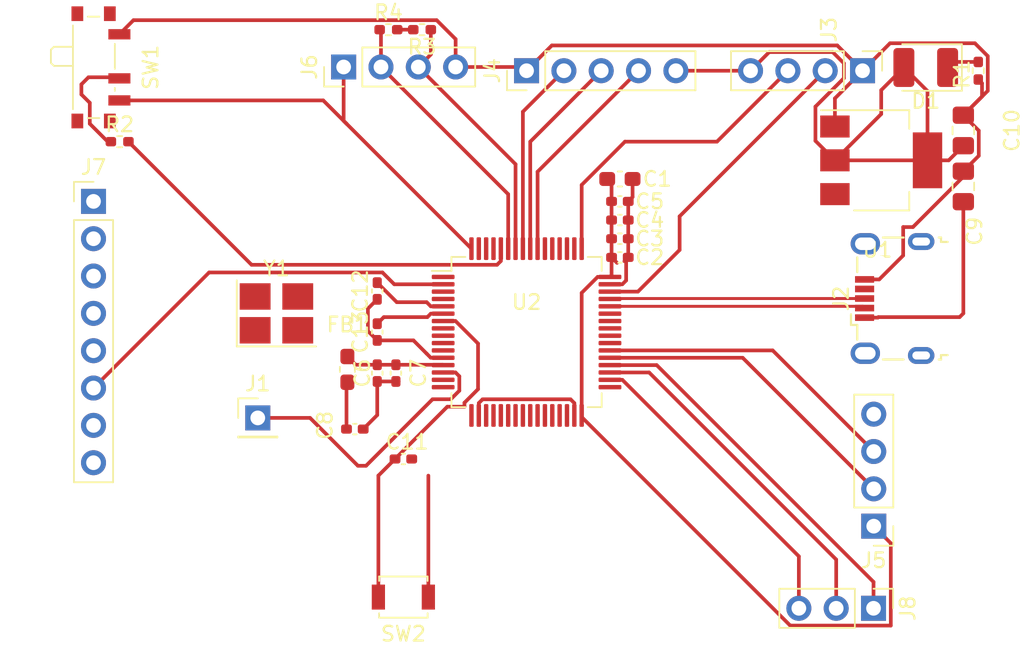
<source format=kicad_pcb>
(kicad_pcb (version 20221018) (generator pcbnew)
  (layers (0 "F.Cu" signal) (31 "B.Cu" power) (34 "B.Paste" user) (35 "F.Paste" user) (36 "B.SilkS" user "B.Silkscreen") (37 "F.SilkS" user "F.Silkscreen") (38 "B.Mask" user) (39 "F.Mask" user) (44 "Edge.Cuts" user))
  (net 0 "")
  (net 1 "+3.3V")
  (net 2 "GND")
  (net 3 "+3.3VA")
  (net 4 "VBUS")
  (net 5 "/NRST")
  (net 6 "/HSE_IN")
  (net 7 "/HSE_OUT")
  (net 8 "/LED_C")
  (net 9 "/ADC")
  (net 10 "/USB_D-")
  (net 11 "/USB_D+")
  (net 14 "/SDEBUG_TCK")
  (net 15 "/SDEBUG_TMS")
  (net 16 "/MOSI")
  (net 17 "/MISO")
  (net 18 "/SCK")
  (net 19 "Net-(J5-Pin_2)")
  (net 20 "Net-(J5-Pin_3)")
  (net 21 "/I2C_SDA")
  (net 22 "/I2C_SCL")
  (net 23 "/GPIO_IN(PC8)")
  (net 24 "/GPIO_IN(PC9)")
  (net 25 "/GPIO_IN(PC10)")
  (net 26 "/GPIO_IN(PC11)")
  (net 27 "/GPIO_OUT(PC12)")
  (net 28 "/GPIO_OUT(PC13)")
  (net 29 "/GPIO_OUT(PC14)")
  (net 30 "/GPIO_OUT(PC15)")
  (net 31 "/GPIO_Analog(PB15)")
  (net 32 "/GPIO_Analog(PB14)")
  (net 33 "/GPIO_Analog(PB13)")
  (net 34 "/SW_BOOT0")
  (net 35 "/BOOT0")
  (net 62 "Net-(Y1-Pad2)")
  (footprint "Inductor_SMD:L_0603_1608Metric_Pad1.05x0.95mm_HandSolder" (layer "F.Cu") (at 76.708 76.2 -90)
    (fp_text reference "FB1" (at -3.048 0) (layer "F.SilkS"))
    (fp_text value "120R")
    (pad "1" smd roundrect (at -0.875 0 270) (size 1.05 0.95) (layers "F.Cu" "F.Paste" "F.Mask") (net 3 "+3.3VA"))
    (pad "2" smd roundrect (at 0.875 0 270) (size 1.05 0.95) (layers "F.Cu" "F.Paste" "F.Mask") (net 1 "+3.3V"))
  )
  (footprint "Button_Switch_SMD:SW_SPST_B3U-1000P-B" (layer "F.Cu") (at 80.518 91.694 180)
    (fp_text reference "SW2" (at 0 -2.5) (layer "F.SilkS"))
    (fp_text value "SW_Push")
    (pad "" np_thru_hole circle (at 0 0 180) (size 0.8 0.8) (drill 0.8) (layers "*.Cu" "*.Mask"))
    (pad "1" smd rect (at -1.7 0 180) (size 0.9 1.7) (layers "F.Cu" "F.Paste" "F.Mask") (net 2 "GND"))
    (pad "2" smd rect (at 1.7 0 180) (size 0.9 1.7) (layers "F.Cu" "F.Paste" "F.Mask") (net 5 "/NRST"))
  )
  (footprint "Package_TO_SOT_SMD:SOT-223-3_TabPin2" (layer "F.Cu") (at 113.03 61.976)
    (fp_text reference "U1" (at -0.254 6.096) (layer "F.SilkS"))
    (fp_text value "AMS1117-3.3")
    (pad "1" smd rect (at -3.15 -2.3) (size 2 1.5) (layers "F.Cu" "F.Paste" "F.Mask") (net 2 "GND"))
    (pad "2" smd rect (at -3.15 0) (size 2 1.5) (layers "F.Cu" "F.Paste" "F.Mask") (net 1 "+3.3V"))
    (pad "2" smd rect (at 3.15 0) (size 2 3.8) (layers "F.Cu" "F.Paste" "F.Mask") (net 1 "+3.3V"))
    (pad "3" smd rect (at -3.15 2.3) (size 2 1.5) (layers "F.Cu" "F.Paste" "F.Mask") (net 4 "VBUS"))
  )
  (footprint "Capacitor_SMD:C_0805_2012Metric_Pad1.18x1.45mm_HandSolder" (layer "F.Cu") (at 118.618 59.944 90)
    (fp_text reference "C10" (at 0 3.302 270) (layer "F.SilkS"))
    (fp_text value "22u")
    (pad "1" smd roundrect (at -1.0375 0 90) (size 1.175 1.45) (layers "F.Cu" "F.Paste" "F.Mask") (roundrect_rratio 0.212766) (net 1 "+3.3V"))
    (pad "2" smd roundrect (at 1.0375 0 90) (size 1.175 1.45) (layers "F.Cu" "F.Paste" "F.Mask") (roundrect_rratio 0.212766) (net 2 "GND"))
  )
  (footprint "Resistor_SMD:R_0402_1005Metric_Pad0.72x0.64mm_HandSolder" (layer "F.Cu") (at 79.502 53.086)
    (fp_text reference "R4" (at 0 -1.17) (layer "F.SilkS"))
    (fp_text value "2k2")
    (pad "1" smd roundrect (at -0.5975 0) (size 0.715 0.64) (layers "F.Cu" "F.Paste" "F.Mask") (net 21 "/I2C_SDA"))
    (pad "2" smd roundrect (at 0.5975 0) (size 0.715 0.64) (layers "F.Cu" "F.Paste" "F.Mask") (net 1 "+3.3V"))
  )
  (footprint "Capacitor_SMD:C_0402_1005Metric_Pad0.74x0.62mm_HandSolder" (layer "F.Cu") (at 77.216 80.264)
    (fp_text reference "C8" (at -2.032 -0.254 90) (layer "F.SilkS"))
    (fp_text value "1u")
    (pad "1" smd roundrect (at -0.5675 0) (size 0.735 0.62) (layers "F.Cu" "F.Paste" "F.Mask") (net 1 "+3.3V"))
    (pad "2" smd roundrect (at 0.5675 0) (size 0.735 0.62) (layers "F.Cu" "F.Paste" "F.Mask") (net 2 "GND"))
  )
  (footprint "Capacitor_SMD:C_0805_2012Metric_Pad1.18x1.45mm_HandSolder" (layer "F.Cu") (at 118.618 63.754 90)
    (fp_text reference "C9" (at -3.048 0.762 90) (layer "F.SilkS"))
    (fp_text value "22u")
    (pad "1" smd roundrect (at -1.0375 0 90) (size 1.175 1.45) (layers "F.Cu" "F.Paste" "F.Mask") (roundrect_rratio 0.212766) (net 4 "VBUS"))
    (pad "2" smd roundrect (at 1.0375 0 90) (size 1.175 1.45) (layers "F.Cu" "F.Paste" "F.Mask") (roundrect_rratio 0.212766) (net 2 "GND"))
  )
  (footprint "Crystal:Crystal_SMD_3225-4Pin_3.2x2.5mm_HandSoldering" (layer "F.Cu") (at 71.882 72.39)
    (fp_text reference "Y1" (at 0 -3.05) (layer "F.SilkS"))
    (fp_text value "16Mhz")
    (pad "1" smd rect (at -1.45 1.15) (size 2.1 1.8) (layers "F.Cu" "F.Paste" "F.Mask") (net 7 "/HSE_OUT"))
    (pad "2" smd rect (at 1.45 1.15) (size 2.1 1.8) (layers "F.Cu" "F.Paste" "F.Mask") (net 62 "Net-(Y1-Pad2)"))
    (pad "3" smd rect (at 1.45 -1.15) (size 2.1 1.8) (layers "F.Cu" "F.Paste" "F.Mask") (net 62 "Net-(Y1-Pad2)"))
    (pad "4" smd rect (at -1.45 -1.15) (size 2.1 1.8) (layers "F.Cu" "F.Paste" "F.Mask") (net 6 "/HSE_IN"))
  )
  (footprint "Capacitor_SMD:C_0402_1005Metric_Pad0.74x0.62mm_HandSolder" (layer "F.Cu") (at 80.518 82.296)
    (fp_text reference "C11" (at 0.254 -1.16) (layer "F.SilkS"))
    (fp_text value "100n")
    (pad "1" smd roundrect (at -0.5675 0) (size 0.735 0.62) (layers "F.Cu" "F.Paste" "F.Mask") (net 5 "/NRST"))
    (pad "2" smd roundrect (at 0.5675 0) (size 0.735 0.62) (layers "F.Cu" "F.Paste" "F.Mask") (net 2 "GND"))
  )
  (footprint "Connector_PinHeader_2.54mm:PinHeader_1x01_P2.54mm_Vertical" (layer "F.Cu") (at 70.612 79.502)
    (fp_text reference "J1" (at 0 -2.33) (layer "F.SilkS"))
    (fp_text value "ADC")
    (pad "1" thru_hole rect (at 0 0) (size 1.7 1.7) (drill 1) (layers "*.Cu" "*.Mask") (net 9 "/ADC"))
  )
  (footprint "Capacitor_SMD:C_0402_1005Metric_Pad0.74x0.62mm_HandSolder" (layer "F.Cu") (at 78.74 73.66 90)
    (fp_text reference "C13" (at 0 -1.16 90) (layer "F.SilkS"))
    (fp_text value "10pf")
    (pad "1" smd roundrect (at -0.5675 0 90) (size 0.735 0.62) (layers "F.Cu" "F.Paste" "F.Mask") (net 2 "GND"))
    (pad "2" smd roundrect (at 0.5675 0 90) (size 0.735 0.62) (layers "F.Cu" "F.Paste" "F.Mask") (net 7 "/HSE_OUT"))
  )
  (footprint "Capacitor_SMD:C_0603_1608Metric_Pad1.08x0.95mm_HandSolder" (layer "F.Cu") (at 95.25 63.246)
    (fp_text reference "C1" (at 2.54 0) (layer "F.SilkS"))
    (fp_text value "10u")
    (pad "1" smd roundrect (at -0.8625 0) (size 1.075 0.95) (layers "F.Cu" "F.Paste" "F.Mask") (net 1 "+3.3V"))
    (pad "2" smd roundrect (at 0.8625 0) (size 1.075 0.95) (layers "F.Cu" "F.Paste" "F.Mask") (net 2 "GND"))
  )
  (footprint "Resistor_SMD:R_0402_1005Metric_Pad0.72x0.64mm_HandSolder" (layer "F.Cu") (at 81.788 53.086 180)
    (fp_text reference "R3" (at 0 -1.17) (layer "F.SilkS"))
    (fp_text value "2k2")
    (pad "1" smd roundrect (at -0.5975 0 180) (size 0.715 0.64) (layers "F.Cu" "F.Paste" "F.Mask") (net 22 "/I2C_SCL"))
    (pad "2" smd roundrect (at 0.5975 0 180) (size 0.715 0.64) (layers "F.Cu" "F.Paste" "F.Mask") (net 1 "+3.3V"))
  )
  (footprint "Package_QFP:LQFP-64_10x10mm_P0.5mm" (layer "F.Cu") (at 88.9 73.66)
    (fp_text reference "U2" (at 0 -2.032) (layer "F.SilkS"))
    (fp_text value "STM32F411RETx")
    (pad "1" smd roundrect (at -5.675 -3.75) (size 1.55 0.3) (layers "F.Cu" "F.Paste" "F.Mask") (net 1 "+3.3V"))
    (pad "2" smd roundrect (at -5.675 -3.25) (size 1.55 0.3) (layers "F.Cu" "F.Paste" "F.Mask") (net 28 "/GPIO_OUT(PC13)"))
    (pad "3" smd roundrect (at -5.675 -2.75) (size 1.55 0.3) (layers "F.Cu" "F.Paste" "F.Mask") (net 29 "/GPIO_OUT(PC14)"))
    (pad "4" smd roundrect (at -5.675 -2.25) (size 1.55 0.3) (layers "F.Cu" "F.Paste" "F.Mask") (net 30 "/GPIO_OUT(PC15)"))
    (pad "5" smd roundrect (at -5.675 -1.75) (size 1.55 0.3) (layers "F.Cu" "F.Paste" "F.Mask") (net 6 "/HSE_IN"))
    (pad "6" smd roundrect (at -5.675 -1.25) (size 1.55 0.3) (layers "F.Cu" "F.Paste" "F.Mask") (net 7 "/HSE_OUT"))
    (pad "7" smd roundrect (at -5.675 -0.75) (size 1.55 0.3) (layers "F.Cu" "F.Paste" "F.Mask") (net 5 "/NRST"))
    (pad "8" smd roundrect (at -5.675 -0.25) (size 1.55 0.3) (layers "F.Cu" "F.Paste" "F.Mask"))
    (pad "9" smd roundrect (at -5.675 0.25) (size 1.55 0.3) (layers "F.Cu" "F.Paste" "F.Mask"))
    (pad "10" smd roundrect (at -5.675 0.75) (size 1.55 0.3) (layers "F.Cu" "F.Paste" "F.Mask"))
    (pad "11" smd roundrect (at -5.675 1.25) (size 1.55 0.3) (layers "F.Cu" "F.Paste" "F.Mask"))
    (pad "12" smd roundrect (at -5.675 1.75) (size 1.55 0.3) (layers "F.Cu" "F.Paste" "F.Mask") (net 2 "GND"))
    (pad "13" smd roundrect (at -5.675 2.25) (size 1.55 0.3) (layers "F.Cu" "F.Paste" "F.Mask") (net 3 "+3.3VA"))
    (pad "14" smd roundrect (at -5.675 2.75) (size 1.55 0.3) (layers "F.Cu" "F.Paste" "F.Mask") (net 9 "/ADC"))
    (pad "15" smd roundrect (at -5.675 3.25) (size 1.55 0.3) (layers "F.Cu" "F.Paste" "F.Mask"))
    (pad "16" smd roundrect (at -5.675 3.75) (size 1.55 0.3) (layers "F.Cu" "F.Paste" "F.Mask"))
    (pad "17" smd roundrect (at -3.75 5.675) (size 0.3 1.55) (layers "F.Cu" "F.Paste" "F.Mask"))
    (pad "18" smd roundrect (at -3.25 5.675) (size 0.3 1.55) (layers "F.Cu" "F.Paste" "F.Mask") (net 2 "GND"))
    (pad "19" smd roundrect (at -2.75 5.675) (size 0.3 1.55) (layers "F.Cu" "F.Paste" "F.Mask") (net 1 "+3.3V"))
    (pad "20" smd roundrect (at -2.25 5.675) (size 0.3 1.55) (layers "F.Cu" "F.Paste" "F.Mask"))
    (pad "21" smd roundrect (at -1.75 5.675) (size 0.3 1.55) (layers "F.Cu" "F.Paste" "F.Mask"))
    (pad "22" smd roundrect (at -1.25 5.675) (size 0.3 1.55) (layers "F.Cu" "F.Paste" "F.Mask"))
    (pad "23" smd roundrect (at -0.75 5.675) (size 0.3 1.55) (layers "F.Cu" "F.Paste" "F.Mask"))
    (pad "24" smd roundrect (at -0.25 5.675) (size 0.3 1.55) (layers "F.Cu" "F.Paste" "F.Mask"))
    (pad "25" smd roundrect (at 0.25 5.675) (size 0.3 1.55) (layers "F.Cu" "F.Paste" "F.Mask"))
    (pad "26" smd roundrect (at 0.75 5.675) (size 0.3 1.55) (layers "F.Cu" "F.Paste" "F.Mask"))
    (pad "27" smd roundrect (at 1.25 5.675) (size 0.3 1.55) (layers "F.Cu" "F.Paste" "F.Mask"))
    (pad "28" smd roundrect (at 1.75 5.675) (size 0.3 1.55) (layers "F.Cu" "F.Paste" "F.Mask"))
    (pad "29" smd roundrect (at 2.25 5.675) (size 0.3 1.55) (layers "F.Cu" "F.Paste" "F.Mask"))
    (pad "30" smd roundrect (at 2.75 5.675) (size 0.3 1.55) (layers "F.Cu" "F.Paste" "F.Mask"))
    (pad "31" smd roundrect (at 3.25 5.675) (size 0.3 1.55) (layers "F.Cu" "F.Paste" "F.Mask") (net 2 "GND"))
    (pad "32" smd roundrect (at 3.75 5.675) (size 0.3 1.55) (layers "F.Cu" "F.Paste" "F.Mask") (net 1 "+3.3V"))
    (pad "33" smd roundrect (at 5.675 3.75) (size 1.55 0.3) (layers "F.Cu" "F.Paste" "F.Mask"))
    (pad "34" smd roundrect (at 5.675 3.25) (size 1.55 0.3) (layers "F.Cu" "F.Paste" "F.Mask") (net 33 "/GPIO_Analog(PB13)"))
    (pad "35" smd roundrect (at 5.675 2.75) (size 1.55 0.3) (layers "F.Cu" "F.Paste" "F.Mask") (net 32 "/GPIO_Analog(PB14)"))
    (pad "36" smd roundrect (at 5.675 2.25) (size 1.55 0.3) (layers "F.Cu" "F.Paste" "F.Mask") (net 31 "/GPIO_Analog(PB15)"))
    (pad "37" smd roundrect (at 5.675 1.75) (size 1.55 0.3) (layers "F.Cu" "F.Paste" "F.Mask") (net 19 "Net-(J5-Pin_2)"))
    (pad "38" smd roundrect (at 5.675 1.25) (size 1.55 0.3) (layers "F.Cu" "F.Paste" "F.Mask") (net 20 "Net-(J5-Pin_3)"))
    (pad "39" smd roundrect (at 5.675 0.75) (size 1.55 0.3) (layers "F.Cu" "F.Paste" "F.Mask") (net 23 "/GPIO_IN(PC8)"))
    (pad "40" smd roundrect (at 5.675 0.25) (size 1.55 0.3) (layers "F.Cu" "F.Paste" "F.Mask") (net 24 "/GPIO_IN(PC9)"))
    (pad "41" smd roundrect (at 5.675 -0.25) (size 1.55 0.3) (layers "F.Cu" "F.Paste" "F.Mask"))
    (pad "42" smd roundrect (at 5.675 -0.75) (size 1.55 0.3) (layers "F.Cu" "F.Paste" "F.Mask"))
    (pad "43" smd roundrect (at 5.675 -1.25) (size 1.55 0.3) (layers "F.Cu" "F.Paste" "F.Mask"))
    (pad "44" smd roundrect (at 5.675 -1.75) (size 1.55 0.3) (layers "F.Cu" "F.Paste" "F.Mask") (net 10 "/USB_D-"))
    (pad "45" smd roundrect (at 5.675 -2.25) (size 1.55 0.3) (layers "F.Cu" "F.Paste" "F.Mask") (net 11 "/USB_D+"))
    (pad "46" smd roundrect (at 5.675 -2.75) (size 1.55 0.3) (layers "F.Cu" "F.Paste" "F.Mask") (net 15 "/SDEBUG_TMS"))
    (pad "47" smd roundrect (at 5.675 -3.25) (size 1.55 0.3) (layers "F.Cu" "F.Paste" "F.Mask") (net 2 "GND"))
    (pad "48" smd roundrect (at 5.675 -3.75) (size 1.55 0.3) (layers "F.Cu" "F.Paste" "F.Mask") (net 1 "+3.3V"))
    (pad "49" smd roundrect (at 3.75 -5.675) (size 0.3 1.55) (layers "F.Cu" "F.Paste" "F.Mask") (net 14 "/SDEBUG_TCK"))
    (pad "50" smd roundrect (at 3.25 -5.675) (size 0.3 1.55) (layers "F.Cu" "F.Paste" "F.Mask"))
    (pad "51" smd roundrect (at 2.75 -5.675) (size 0.3 1.55) (layers "F.Cu" "F.Paste" "F.Mask") (net 25 "/GPIO_IN(PC10)"))
    (pad "52" smd roundrect (at 2.25 -5.675) (size 0.3 1.55) (layers "F.Cu" "F.Paste" "F.Mask") (net 26 "/GPIO_IN(PC11)"))
    (pad "53" smd roundrect (at 1.75 -5.675) (size 0.3 1.55) (layers "F.Cu" "F.Paste" "F.Mask") (net 27 "/GPIO_OUT(PC12)"))
    (pad "54" smd roundrect (at 1.25 -5.675) (size 0.3 1.55) (layers "F.Cu" "F.Paste" "F.Mask"))
    (pad "55" smd roundrect (at 0.75 -5.675) (size 0.3 1.55) (layers "F.Cu" "F.Paste" "F.Mask") (net 18 "/SCK"))
    (pad "56" smd roundrect (at 0.25 -5.675) (size 0.3 1.55) (layers "F.Cu" "F.Paste" "F.Mask") (net 17 "/MISO"))
    (pad "57" smd roundrect (at -0.25 -5.675) (size 0.3 1.55) (layers "F.Cu" "F.Paste" "F.Mask") (net 16 "/MOSI"))
    (pad "58" smd roundrect (at -0.75 -5.675) (size 0.3 1.55) (layers "F.Cu" "F.Paste" "F.Mask") (net 22 "/I2C_SCL"))
    (pad "59" smd roundrect (at -1.25 -5.675) (size 0.3 1.55) (layers "F.Cu" "F.Paste" "F.Mask") (net 21 "/I2C_SDA"))
    (pad "60" smd roundrect (at -1.75 -5.675) (size 0.3 1.55) (layers "F.Cu" "F.Paste" "F.Mask") (net 35 "/BOOT0"))
    (pad "61" smd roundrect (at -2.25 -5.675) (size 0.3 1.55) (layers "F.Cu" "F.Paste" "F.Mask"))
    (pad "62" smd roundrect (at -2.75 -5.675) (size 0.3 1.55) (layers "F.Cu" "F.Paste" "F.Mask"))
    (pad "63" smd roundrect (at -3.25 -5.675) (size 0.3 1.55) (layers "F.Cu" "F.Paste" "F.Mask") (net 2 "GND"))
    (pad "64" smd roundrect (at -3.75 -5.675) (size 0.3 1.55) (layers "F.Cu" "F.Paste" "F.Mask") (net 1 "+3.3V"))
  )
  (footprint "Connector_PinHeader_2.54mm:PinHeader_1x04_P2.54mm_Vertical" (layer "F.Cu") (at 76.454 55.626 90)
    (fp_text reference "J6" (at 0 -2.33 90) (layer "F.SilkS"))
    (fp_text value "I2C")
    (pad "1" thru_hole rect (at 0 0 90) (size 1.7 1.7) (drill 1) (layers "*.Cu" "*.Mask") (net 1 "+3.3V"))
    (pad "2" thru_hole oval (at 0 2.54 90) (size 1.7 1.7) (drill 1) (layers "*.Cu" "*.Mask") (net 21 "/I2C_SDA"))
    (pad "3" thru_hole oval (at 0 5.08 90) (size 1.7 1.7) (drill 1) (layers "*.Cu" "*.Mask") (net 22 "/I2C_SCL"))
    (pad "4" thru_hole oval (at 0 7.62 90) (size 1.7 1.7) (drill 1) (layers "*.Cu" "*.Mask") (net 2 "GND"))
  )
  (footprint "Capacitor_SMD:C_0402_1005Metric_Pad0.74x0.62mm_HandSolder" (layer "F.Cu") (at 80.01 76.454 -90)
    (fp_text reference "C7" (at 0 -1.524 90) (layer "F.SilkS"))
    (fp_text value "1u")
    (pad "1" smd roundrect (at -0.5675 0 270) (size 0.735 0.62) (layers "F.Cu" "F.Paste" "F.Mask") (net 3 "+3.3VA"))
    (pad "2" smd roundrect (at 0.5675 0 270) (size 0.735 0.62) (layers "F.Cu" "F.Paste" "F.Mask") (net 2 "GND"))
  )
  (footprint "Capacitor_SMD:C_0402_1005Metric_Pad0.74x0.62mm_HandSolder" (layer "F.Cu") (at 95.25 68.58)
    (fp_text reference "C2" (at 2.032 0) (layer "F.SilkS"))
    (fp_text value "100n")
    (pad "1" smd roundrect (at -0.5675 0) (size 0.735 0.62) (layers "F.Cu" "F.Paste" "F.Mask") (net 1 "+3.3V"))
    (pad "2" smd roundrect (at 0.5675 0) (size 0.735 0.62) (layers "F.Cu" "F.Paste" "F.Mask") (net 2 "GND"))
  )
  (footprint "Capacitor_SMD:C_0402_1005Metric_Pad0.74x0.62mm_HandSolder" (layer "F.Cu") (at 95.25 67.31)
    (fp_text reference "C3" (at 2.032 0) (layer "F.SilkS"))
    (fp_text value "100n")
    (pad "1" smd roundrect (at -0.5675 0) (size 0.735 0.62) (layers "F.Cu" "F.Paste" "F.Mask") (net 1 "+3.3V"))
    (pad "2" smd roundrect (at 0.5675 0) (size 0.735 0.62) (layers "F.Cu" "F.Paste" "F.Mask") (net 2 "GND"))
  )
  (footprint "Connector_PinHeader_2.54mm:PinHeader_1x04_P2.54mm_Vertical" (layer "F.Cu") (at 112.522 86.868 180)
    (fp_text reference "J5" (at 0 -2.33) (layer "F.SilkS"))
    (fp_text value "UART")
    (pad "1" thru_hole rect (at 0 0 180) (size 1.7 1.7) (drill 1) (layers "*.Cu" "*.Mask") (net 1 "+3.3V"))
    (pad "2" thru_hole oval (at 0 2.54 180) (size 1.7 1.7) (drill 1) (layers "*.Cu" "*.Mask") (net 19 "Net-(J5-Pin_2)"))
    (pad "3" thru_hole oval (at 0 5.08 180) (size 1.7 1.7) (drill 1) (layers "*.Cu" "*.Mask") (net 20 "Net-(J5-Pin_3)"))
    (pad "4" thru_hole oval (at 0 7.62 180) (size 1.7 1.7) (drill 1) (layers "*.Cu" "*.Mask") (net 2 "GND"))
  )
  (footprint "Capacitor_SMD:C_0402_1005Metric_Pad0.74x0.62mm_HandSolder" (layer "F.Cu") (at 95.25 64.77)
    (fp_text reference "C5" (at 2.032 0) (layer "F.SilkS"))
    (fp_text value "100n")
    (pad "1" smd roundrect (at -0.5675 0) (size 0.735 0.62) (layers "F.Cu" "F.Paste" "F.Mask") (net 1 "+3.3V"))
    (pad "2" smd roundrect (at 0.5675 0) (size 0.735 0.62) (layers "F.Cu" "F.Paste" "F.Mask") (net 2 "GND"))
  )
  (footprint "LED_SMD:LED_1210_3225Metric_Pad1.42x2.65mm_HandSolder" (layer "F.Cu") (at 116.06 55.66 180)
    (fp_text reference "D1" (at 0 -2.28) (layer "F.SilkS"))
    (fp_text value "LED")
    (pad "1" smd roundrect (at -1.4875 0 180) (size 1.425 2.65) (layers "F.Cu" "F.Paste" "F.Mask") (roundrect_rratio 0.175439) (net 8 "/LED_C"))
    (pad "2" smd roundrect (at 1.4875 0 180) (size 1.425 2.65) (layers "F.Cu" "F.Paste" "F.Mask") (roundrect_rratio 0.175439) (net 1 "+3.3V"))
  )
  (footprint "Button_Switch_SMD:SW_SPDT_PCM12" (layer "F.Cu") (at 59.766 55.65 -90)
    (fp_text reference "SW1" (at 0 -3.558 90) (layer "F.SilkS"))
    (fp_text value "BOOT_SW")
    (pad "" smd rect (at -3.65 -0.78 270) (size 1 0.8) (layers "F.Cu" "F.Paste" "F.Mask"))
    (pad "" smd rect (at -3.65 1.43 270) (size 1 0.8) (layers "F.Cu" "F.Paste" "F.Mask"))
    (pad "" np_thru_hole circle (at -1.5 0.33 270) (size 0.9 0.9) (drill 0.9) (layers "*.Cu" "*.Mask"))
    (pad "" np_thru_hole circle (at 1.5 0.33 270) (size 0.9 0.9) (drill 0.9) (layers "*.Cu" "*.Mask"))
    (pad "" smd rect (at 3.65 -0.78 270) (size 1 0.8) (layers "F.Cu" "F.Paste" "F.Mask"))
    (pad "" smd rect (at 3.65 1.43 270) (size 1 0.8) (layers "F.Cu" "F.Paste" "F.Mask"))
    (pad "1" smd rect (at -2.25 -1.43 270) (size 0.7 1.5) (layers "F.Cu" "F.Paste" "F.Mask") (net 2 "GND"))
    (pad "2" smd rect (at 0.75 -1.43 270) (size 0.7 1.5) (layers "F.Cu" "F.Paste" "F.Mask") (net 34 "/SW_BOOT0"))
    (pad "3" smd rect (at 2.25 -1.43 270) (size 0.7 1.5) (layers "F.Cu" "F.Paste" "F.Mask") (net 1 "+3.3V"))
  )
  (footprint "Connector_PinHeader_2.54mm:PinHeader_1x04_P2.54mm_Vertical" (layer "F.Cu") (at 111.76 55.88 -90)
    (fp_text reference "J3" (at -2.794 2.286 90) (layer "F.SilkS"))
    (fp_text value "SD")
    (pad "1" thru_hole rect (at 0 0 270) (size 1.7 1.7) (drill 1) (layers "*.Cu" "*.Mask") (net 2 "GND"))
    (pad "2" thru_hole oval (at 0 2.54 270) (size 1.7 1.7) (drill 1) (layers "*.Cu" "*.Mask") (net 15 "/SDEBUG_TMS"))
    (pad "3" thru_hole oval (at 0 5.08 270) (size 1.7 1.7) (drill 1) (layers "*.Cu" "*.Mask") (net 14 "/SDEBUG_TCK"))
    (pad "4" thru_hole oval (at 0 7.62 270) (size 1.7 1.7) (drill 1) (layers "*.Cu" "*.Mask") (net 1 "+3.3V"))
  )
  (footprint "Resistor_SMD:R_0402_1005Metric_Pad0.72x0.64mm_HandSolder" (layer "F.Cu") (at 61.214 60.706)
    (fp_text reference "R2" (at 0 -1.17) (layer "F.SilkS"))
    (fp_text value "10K")
    (pad "1" smd roundrect (at -0.5975 0) (size 0.715 0.64) (layers "F.Cu" "F.Paste" "F.Mask") (net 34 "/SW_BOOT0"))
    (pad "2" smd roundrect (at 0.5975 0) (size 0.715 0.64) (layers "F.Cu" "F.Paste" "F.Mask") (net 35 "/BOOT0"))
  )
  (footprint "Capacitor_SMD:C_0402_1005Metric_Pad0.74x0.62mm_HandSolder" (layer "F.Cu") (at 78.74 76.454 -90)
    (fp_text reference "C6" (at 0 1.016 90) (layer "F.SilkS"))
    (fp_text value "10n")
    (pad "1" smd roundrect (at -0.5675 0 270) (size 0.735 0.62) (layers "F.Cu" "F.Paste" "F.Mask") (net 3 "+3.3VA"))
    (pad "2" smd roundrect (at 0.5675 0 270) (size 0.735 0.62) (layers "F.Cu" "F.Paste" "F.Mask") (net 2 "GND"))
  )
  (footprint "Connector_PinHeader_2.54mm:PinHeader_1x05_P2.54mm_Vertical" (layer "F.Cu") (at 88.9 55.88 90)
    (fp_text reference "J4" (at 0 -2.33 90) (layer "F.SilkS"))
    (fp_text value "SPI")
    (pad "1" thru_hole rect (at 0 0 90) (size 1.7 1.7) (drill 1) (layers "*.Cu" "*.Mask") (net 2 "GND"))
    (pad "2" thru_hole oval (at 0 2.54 90) (size 1.7 1.7) (drill 1) (layers "*.Cu" "*.Mask") (net 16 "/MOSI"))
    (pad "3" thru_hole oval (at 0 5.08 90) (size 1.7 1.7) (drill 1) (layers "*.Cu" "*.Mask") (net 17 "/MISO"))
    (pad "4" thru_hole oval (at 0 7.62 90) (size 1.7 1.7) (drill 1) (layers "*.Cu" "*.Mask") (net 18 "/SCK"))
    (pad "5" thru_hole oval (at 0 10.16 90) (size 1.7 1.7) (drill 1) (layers "*.Cu" "*.Mask") (net 1 "+3.3V"))
  )
  (footprint "Connector_USB:USB_Micro-B_Wuerth_629105150521" (layer "F.Cu") (at 113.799 71.379 90)
    (fp_text reference "J2" (at 0 -3.5 90) (layer "F.SilkS"))
    (fp_text value "USB_OTG")
    (pad "" np_thru_hole oval (at -2.5 -0.8 90) (size 0.8 0.8) (drill 0.8) (layers "*.Cu" "*.Mask"))
    (pad "" np_thru_hole oval (at 2.5 -0.8 90) (size 0.8 0.8) (drill 0.8) (layers "*.Cu" "*.Mask"))
    (pad "1" smd rect (at -1.3 -1.9 90) (size 0.45 1.3) (layers "F.Cu" "F.Paste" "F.Mask") (net 4 "VBUS"))
    (pad "2" smd rect (at -0.65 -1.9 90) (size 0.45 1.3) (layers "F.Cu" "F.Paste" "F.Mask") (net 10 "/USB_D-"))
    (pad "3" smd rect (at 0 -1.9 90) (size 0.45 1.3) (layers "F.Cu" "F.Paste" "F.Mask") (net 11 "/USB_D+"))
    (pad "4" smd rect (at 0.65 -1.9 90) (size 0.45 1.3) (layers "F.Cu" "F.Paste" "F.Mask"))
    (pad "5" smd rect (at 1.3 -1.9 90) (size 0.45 1.3) (layers "F.Cu" "F.Paste" "F.Mask") (net 2 "GND"))
    (pad "6" thru_hole oval (at -3.875 1.95 90) (size 1.15 1.8) (drill oval 0.55 1.2) (layers "*.Cu" "*.Mask"))
    (pad "6" thru_hole oval (at -3.725 -1.85 90) (size 1.45 2) (drill oval 0.85 1.4) (layers "*.Cu" "*.Mask"))
    (pad "6" thru_hole oval (at 3.725 -1.85 90) (size 1.45 2) (drill oval 0.85 1.4) (layers "*.Cu" "*.Mask"))
    (pad "6" thru_hole oval (at 3.875 1.95 90) (size 1.15 1.8) (drill oval 0.55 1.2) (layers "*.Cu" "*.Mask"))
  )
  (footprint "Connector_PinHeader_2.54mm:PinHeader_1x08_P2.54mm_Vertical" (layer "F.Cu") (at 59.436 64.77)
    (fp_text reference "J7" (at 0 -2.33) (layer "F.SilkS"))
    (fp_text value "GPIO_Digital_I/O")
    (pad "1" thru_hole rect (at 0 0) (size 1.7 1.7) (drill 1) (layers "*.Cu" "*.Mask") (net 23 "/GPIO_IN(PC8)"))
    (pad "2" thru_hole oval (at 0 2.54) (size 1.7 1.7) (drill 1) (layers "*.Cu" "*.Mask") (net 24 "/GPIO_IN(PC9)"))
    (pad "3" thru_hole oval (at 0 5.08) (size 1.7 1.7) (drill 1) (layers "*.Cu" "*.Mask") (net 25 "/GPIO_IN(PC10)"))
    (pad "4" thru_hole oval (at 0 7.62) (size 1.7 1.7) (drill 1) (layers "*.Cu" "*.Mask") (net 26 "/GPIO_IN(PC11)"))
    (pad "5" thru_hole oval (at 0 10.16) (size 1.7 1.7) (drill 1) (layers "*.Cu" "*.Mask") (net 27 "/GPIO_OUT(PC12)"))
    (pad "6" thru_hole oval (at 0 12.7) (size 1.7 1.7) (drill 1) (layers "*.Cu" "*.Mask") (net 28 "/GPIO_OUT(PC13)"))
    (pad "7" thru_hole oval (at 0 15.24) (size 1.7 1.7) (drill 1) (layers "*.Cu" "*.Mask") (net 29 "/GPIO_OUT(PC14)"))
    (pad "8" thru_hole oval (at 0 17.78) (size 1.7 1.7) (drill 1) (layers "*.Cu" "*.Mask") (net 30 "/GPIO_OUT(PC15)"))
  )
  (footprint "Capacitor_SMD:C_0402_1005Metric_Pad0.74x0.62mm_HandSolder" (layer "F.Cu") (at 95.25 66.04)
    (fp_text reference "C4" (at 2.032 0) (layer "F.SilkS"))
    (fp_text value "100n")
    (pad "1" smd roundrect (at -0.5675 0) (size 0.735 0.62) (layers "F.Cu" "F.Paste" "F.Mask") (net 1 "+3.3V"))
    (pad "2" smd roundrect (at 0.5675 0) (size 0.735 0.62) (layers "F.Cu" "F.Paste" "F.Mask") (net 2 "GND"))
  )
  (footprint "Capacitor_SMD:C_0402_1005Metric_Pad0.74x0.62mm_HandSolder" (layer "F.Cu") (at 78.74 70.866 90)
    (fp_text reference "C12" (at 0 -1.16 90) (layer "F.SilkS"))
    (fp_text value "10pf")
    (pad "1" smd roundrect (at -0.5675 0 90) (size 0.735 0.62) (layers "F.Cu" "F.Paste" "F.Mask") (net 2 "GND"))
    (pad "2" smd roundrect (at 0.5675 0 90) (size 0.735 0.62) (layers "F.Cu" "F.Paste" "F.Mask") (net 6 "/HSE_IN"))
  )
  (footprint "Resistor_SMD:R_0402_1005Metric_Pad0.72x0.64mm_HandSolder" (layer "F.Cu") (at 119.634 55.88 -90)
    (fp_text reference "R1" (at 0.254 1.116 90) (layer "F.SilkS"))
    (fp_text value "2k2")
    (pad "1" smd roundrect (at -0.5975 0 270) (size 0.715 0.64) (layers "F.Cu" "F.Paste" "F.Mask") (net 8 "/LED_C"))
    (pad "2" smd roundrect (at 0.5975 0 270) (size 0.715 0.64) (layers "F.Cu" "F.Paste" "F.Mask") (net 2 "GND"))
  )
  (footprint "Connector_PinHeader_2.54mm:PinHeader_1x03_P2.54mm_Vertical" (layer "F.Cu") (at 112.507 92.456 -90)
    (fp_text reference "J8" (at 0 -2.33 90) (layer "F.SilkS"))
    (fp_text value "GPIO_Analog_pins")
    (pad "1" thru_hole rect (at 0 0 270) (size 1.7 1.7) (drill 1) (layers "*.Cu" "*.Mask") (net 31 "/GPIO_Analog(PB15)"))
    (pad "2" thru_hole oval (at 0 2.54 270) (size 1.7 1.7) (drill 1) (layers "*.Cu" "*.Mask") (net 32 "/GPIO_Analog(PB14)"))
    (pad "3" thru_hole oval (at 0 5.08 270) (size 1.7 1.7) (drill 1) (layers "*.Cu" "*.Mask") (net 33 "/GPIO_Analog(PB13)"))
  )
  (segment (start 94.6825 67.31) (end 94.6825 66.04) (width 0.25) (layer "F.Cu") (net 1))
  (segment (start 110.49 55.372) (end 109.728 54.61) (width 0.25) (layer "F.Cu") (net 1))
  (segment (start 112.522 86.868) (end 113.682 88.028) (width 0.25) (layer "F.Cu") (net 1))
  (segment (start 114.5725 55.66) (end 116.18 57.2675) (width 0.25) (layer "F.Cu") (net 1))
  (segment (start 94.6825 68.58) (end 94.6825 67.31) (width 0.25) (layer "F.Cu") (net 1))
  (segment (start 94.6825 66.04) (end 94.6825 64.77) (width 0.25) (layer "F.Cu") (net 1))
  (segment (start 113.03 58.826) (end 113.03 57.2025) (width 0.25) (layer "F.Cu") (net 1))
  (segment (start 76.6545 59.4895) (end 85.15 67.985) (width 0.25) (layer "F.Cu") (net 1))
  (segment (start 92.65 79.335) (end 92.65 70.994315) (width 0.25) (layer "F.Cu") (net 1))
  (segment (start 94.6825 69.8025) (end 94.575 69.91) (width 0.25) (layer "F.Cu") (net 1))
  (segment (start 76.6485 77.1345) (end 76.708 77.075) (width 0.25) (layer "F.Cu") (net 1))
  (segment (start 108.555 60.651) (end 108.555 58.323) (width 0.25) (layer "F.Cu") (net 1))
  (segment (start 95.056 68.9535) (end 94.6825 68.58) (width 0.25) (layer "F.Cu") (net 1))
  (segment (start 109.728 54.61) (end 105.41 54.61) (width 0.25) (layer "F.Cu") (net 1))
  (segment (start 117.6235 61.976) (end 116.18 61.976) (width 0.25) (layer "F.Cu") (net 1))
  (segment (start 94.6825 64.77) (end 94.6825 63.541) (width 0.25) (layer "F.Cu") (net 1))
  (segment (start 93.734315 69.91) (end 94.575 69.91) (width 0.25) (layer "F.Cu") (net 1))
  (segment (start 92.65 79.442) (end 92.65 79.335) (width 0.25) (layer "F.Cu") (net 1))
  (segment (start 113.03 57.2025) (end 114.5725 55.66) (width 0.25) (layer "F.Cu") (net 1))
  (segment (start 92.65 70.994315) (end 93.734315 69.91) (width 0.25) (layer "F.Cu") (net 1))
  (segment (start 75.065 57.9) (end 76.6545 59.4895) (width 0.25) (layer "F.Cu") (net 1))
  (segment (start 109.88 61.976) (end 116.18 61.976) (width 0.25) (layer "F.Cu") (net 1))
  (segment (start 61.196 57.9) (end 75.065 57.9) (width 0.25) (layer "F.Cu") (net 1))
  (segment (start 113.682 93.631) (end 106.839 93.631) (width 0.25) (layer "F.Cu") (net 1))
  (segment (start 108.555 58.323) (end 110.49 56.388) (width 0.25) (layer "F.Cu") (net 1))
  (segment (start 104.14 55.88) (end 99.06 55.88) (width 0.25) (layer "F.Cu") (net 1))
  (segment (start 113.682 88.028) (end 113.682 93.631) (width 0.25) (layer "F.Cu") (net 1))
  (segment (start 109.88 61.976) (end 113.03 58.826) (width 0.25) (layer "F.Cu") (net 1))
  (segment (start 118.618 60.9815) (end 117.6235 61.976) (width 0.25) (layer "F.Cu") (net 1))
  (segment (start 76.454 59.289) (end 76.6545 59.4895) (width 0.25) (layer "F.Cu") (net 1))
  (segment (start 109.88 61.976) (end 108.555 60.651) (width 0.25) (layer "F.Cu") (net 1))
  (segment (start 104.14 56.236) (end 104.14 55.88) (width 0.25) (layer "F.Cu") (net 1))
  (segment (start 106.839 93.631) (end 92.65 79.442) (width 0.25) (layer "F.Cu") (net 1))
  (segment (start 94.6825 63.541) (end 94.3875 63.246) (width 0.25) (layer "F.Cu") (net 1))
  (segment (start 116.18 57.2675) (end 116.18 61.976) (width 0.25) (layer "F.Cu") (net 1))
  (segment (start 94.6825 68.58) (end 94.6825 69.8025) (width 0.25) (layer "F.Cu") (net 1))
  (segment (start 110.49 56.388) (end 110.49 55.372) (width 0.25) (layer "F.Cu") (net 1))
  (segment (start 94.234 63.246) (end 94.1335 63.246) (width 0.25) (layer "F.Cu") (net 1))
  (segment (start 105.41 54.61) (end 104.14 55.88) (width 0.25) (layer "F.Cu") (net 1))
  (segment (start 76.6485 80.264) (end 76.6485 77.1345) (width 0.25) (layer "F.Cu") (net 1))
  (segment (start 81.1905 53.086) (end 80.0995 53.086) (width 0.25) (layer "F.Cu") (net 1))
  (segment (start 76.454 55.626) (end 76.454 59.289) (width 0.25) (layer "F.Cu") (net 1))
  (segment (start 96.1125 64.475) (end 95.8175 64.77) (width 0.25) (layer "F.Cu") (net 2))
  (segment (start 78.105 73.5925) (end 78.74 74.2275) (width 0.25) (layer "F.Cu") (net 2))
  (segment (start 95.8175 67.31) (end 95.8175 66.04) (width 0.25) (layer "F.Cu") (net 2))
  (segment (start 118.618 62.7165) (end 119.668 61.6665) (width 0.25) (layer "F.Cu") (net 2))
  (segment (start 95.556 68.8415) (end 95.8175 68.58) (width 0.25) (layer "F.Cu") (net 2))
  (segment (start 95.8175 68.58) (end 95.8175 67.31) (width 0.25) (layer "F.Cu") (net 2))
  (segment (start 85.909315 78.235) (end 91.890685 78.235) (width 0.25) (layer "F.Cu") (net 2))
  (segment (start 120.279 57.2455) (end 118.618 58.9065) (width 0.25) (layer "F.Cu") (net 2))
  (segment (start 114.524 66.517) (end 115.189 66.517) (width 0.25) (layer "F.Cu") (net 2))
  (segment (start 84.074 55.626) (end 88.646 55.626) (width 0.25) (layer "F.Cu") (net 2))
  (segment (start 111.76 55.88) (end 113.63 54.01) (width 0.25) (layer "F.Cu") (net 2))
  (segment (start 82.384315 75.41) (end 83.225 75.41) (width 0.25) (layer "F.Cu") (net 2))
  (segment (start 88.646 55.626) (end 88.9 55.88) (width 0.25) (layer "F.Cu") (net 2))
  (segment (start 118.618 63.088) (end 118.618 62.7165) (width 0.25) (layer "F.Cu") (net 2))
  (segment (start 78.105 72.0685) (end 78.105 73.5925) (width 0.25) (layer "F.Cu") (net 2))
  (segment (start 61.196 53.4) (end 62.155 52.441) (width 0.25) (layer "F.Cu") (net 2))
  (segment (start 110.04 54.16) (end 111.76 55.88) (width 0.25) (layer "F.Cu") (net 2))
  (segment (start 88.9 55.88) (end 90.62 54.16) (width 0.25) (layer "F.Cu") (net 2))
  (segment (start 82.218 91.694) (end 82.218 83.4285) (width 0.25) (layer "F.Cu") (net 2))
  (segment (start 95.8175 68.58) (end 95.675 68.7225) (width 0.25) (layer "F.Cu") (net 2))
  (segment (start 119.888 56.7315) (end 119.888 57.6365) (width 0.25) (layer "F.Cu") (net 2))
  (segment (start 119.888 57.6365) (end 118.618 58.9065) (width 0.25) (layer "F.Cu") (net 2))
  (segment (start 95.8175 66.04) (end 95.8175 64.77) (width 0.25) (layer "F.Cu") (net 2))
  (segment (start 119.668 61.6665) (end 119.668 59.9565) (width 0.25) (layer "F.Cu") (net 2))
  (segment (start 92.15 78.494315) (end 91.890685 78.235) (width 0.25) (layer "F.Cu") (net 2))
  (segment (start 111.899 70.079) (end 112.895016 70.079) (width 0.25) (layer "F.Cu") (net 2))
  (segment (start 78.74 79.3075) (end 78.74 77.0215) (width 0.25) (layer "F.Cu") (net 2))
  (segment (start 115.189 66.517) (end 118.618 63.088) (width 0.25) (layer "F.Cu") (net 2))
  (segment (start 78.74 71.4335) (end 78.105 72.0685) (width 0.25) (layer "F.Cu") (net 2))
  (segment (start 95.675 68.7225) (end 95.675 70.150685) (width 0.25) (layer "F.Cu") (net 2))
  (segment (start 77.7835 80.264) (end 78.74 79.3075) (width 0.25) (layer "F.Cu") (net 2))
  (segment (start 119.668 59.9565) (end 118.618 58.9065) (width 0.25) (layer "F.Cu") (net 2))
  (segment (start 96.1125 63.246) (end 96.1125 64.475) (width 0.25) (layer "F.Cu") (net 2))
  (segment (start 82.783894 52.441) (end 84.074 53.731106) (width 0.25) (layer "F.Cu") (net 2))
  (segment (start 112.895016 70.079) (end 114.524 68.450016) (width 0.25) (layer "F.Cu") (net 2))
  (segment (start 109.88 59.676) (end 109.88 57.76) (width 0.25) (layer "F.Cu") (net 2))
  (segment (start 92.15 79.335) (end 92.15 78.494315) (width 0.25) (layer "F.Cu") (net 2))
  (segment (start 81.201815 74.2275) (end 82.100158 75.125842) (width 0.25) (layer "F.Cu") (net 2))
  (segment (start 109.88 57.76) (end 111.76 55.88) (width 0.25) (layer "F.Cu") (net 2))
  (segment (start 78.74 77.0215) (end 80.01 77.0215) (width 0.25) (layer "F.Cu") (net 2))
  (segment (start 85.909315 78.235) (end 85.65 78.494315) (width 0.25) (layer "F.Cu") (net 2))
  (segment (start 82.218 91.694) (end 82.275 91.637) (width 0.25) (layer "F.Cu") (net 2))
  (segment (start 90.62 54.16) (end 110.04 54.16) (width 0.25) (layer "F.Cu") (net 2))
  (segment (start 84.074 53.731106) (end 84.074 55.626) (width 0.25) (layer "F.Cu") (net 2))
  (segment (start 119.634 56.4775) (end 119.888 56.7315) (width 0.25) (layer "F.Cu") (net 2))
  (segment (start 82.100158 75.125842) (end 82.384315 75.41) (width 0.25) (layer "F.Cu") (net 2))
  (segment (start 80.01 77.0215) (end 80.2045 77.0215) (width 0.25) (layer "F.Cu") (net 2))
  (segment (start 78.74 74.2275) (end 81.201815 74.2275) (width 0.25) (layer "F.Cu") (net 2))
  (segment (start 120.279 54.884106) (end 120.279 57.2455) (width 0.25) (layer "F.Cu") (net 2))
  (segment (start 113.63 54.01) (end 119.404894 54.01) (width 0.25) (layer "F.Cu") (net 2))
  (segment (start 119.404894 54.01) (end 120.279 54.884106) (width 0.25) (layer "F.Cu") (net 2))
  (segment (start 114.524 68.450016) (end 114.524 66.517) (width 0.25) (layer "F.Cu") (net 2))
  (segment (start 85.65 78.494315) (end 85.65 79.335) (width 0.25) (layer "F.Cu") (net 2))
  (segment (start 62.155 52.441) (end 82.783894 52.441) (width 0.25) (layer "F.Cu") (net 2))
  (segment (start 95.675 70.150685) (end 95.415685 70.41) (width 0.25) (layer "F.Cu") (net 2))
  (segment (start 95.415685 70.41) (end 94.575 70.41) (width 0.25) (layer "F.Cu") (net 2))
  (segment (start 80.01 75.8865) (end 83.2015 75.8865) (width 0.25) (layer "F.Cu") (net 3))
  (segment (start 80.01 75.8865) (end 78.74 75.8865) (width 0.25) (layer "F.Cu") (net 3))
  (segment (start 77.2695 75.8865) (end 76.708 75.325) (width 0.25) (layer "F.Cu") (net 3))
  (segment (start 78.74 75.8865) (end 77.2695 75.8865) (width 0.25) (layer "F.Cu") (net 3))
  (segment (start 83.2015 75.8865) (end 83.225 75.91) (width 0.25) (layer "F.Cu") (net 3))
  (segment (start 118.618 72.39) (end 118.618 64.7915) (width 0.25) (layer "F.Cu") (net 4))
  (segment (start 118.364 72.644) (end 118.618 72.39) (width 0.25) (layer "F.Cu") (net 4))
  (segment (start 112.799 72.679) (end 112.834 72.644) (width 0.25) (layer "F.Cu") (net 4))
  (segment (start 111.899 72.679) (end 112.799 72.679) (width 0.25) (layer "F.Cu") (net 4))
  (segment (start 112.834 72.644) (end 118.364 72.644) (width 0.25) (layer "F.Cu") (net 4))
  (segment (start 84.675 78.469315) (end 85.598 77.546315) (width 0.25) (layer "F.Cu") (net 5))
  (segment (start 85.598 74.442315) (end 84.065685 72.91) (width 0.25) (layer "F.Cu") (net 5))
  (segment (start 79.9505 82.296) (end 83.5065 78.74) (width 0.25) (layer "F.Cu") (net 5))
  (segment (start 78.818 83.4285) (end 79.9505 82.296) (width 0.25) (layer "F.Cu") (net 5))
  (segment (start 85.598 77.546315) (end 85.598 74.442315) (width 0.25) (layer "F.Cu") (net 5))
  (segment (start 84.065685 72.91) (end 83.225 72.91) (width 0.25) (layer "F.Cu") (net 5))
  (segment (start 78.818 91.694) (end 78.818 83.4285) (width 0.25) (layer "F.Cu") (net 5))
  (segment (start 83.5065 78.74) (end 84.675 78.74) (width 0.25) (layer "F.Cu") (net 5))
  (segment (start 84.675 78.74) (end 84.675 78.469315) (width 0.25) (layer "F.Cu") (net 5))
  (segment (start 78.74 70.2985) (end 80.0695 71.628) (width 0.25) (layer "F.Cu") (net 6))
  (segment (start 82.384315 71.91) (end 83.225 71.91) (width 0.25) (layer "F.Cu") (net 6))
  (segment (start 82.102315 71.628) (end 82.384315 71.91) (width 0.25) (layer "F.Cu") (net 6))
  (segment (start 80.0695 71.628) (end 82.102315 71.628) (width 0.25) (layer "F.Cu") (net 6))
  (segment (start 78.74 73.0925) (end 79.1885 72.644) (width 0.25) (layer "F.Cu") (net 7))
  (segment (start 79.1885 72.644) (end 82.150315 72.644) (width 0.25) (layer "F.Cu") (net 7))
  (segment (start 82.384315 72.41) (end 83.225 72.41) (width 0.25) (layer "F.Cu") (net 7))
  (segment (start 82.150315 72.644) (end 82.384315 72.41) (width 0.25) (layer "F.Cu") (net 7))
  (segment (start 119.634 55.2825) (end 117.925 55.2825) (width 0.25) (layer "F.Cu") (net 8))
  (segment (start 117.925 55.2825) (end 117.5475 55.66) (width 0.25) (layer "F.Cu") (net 8))
  (segment (start 74.168 79.502) (end 77.425088 82.759088) (width 0.25) (layer "F.Cu") (net 9))
  (segment (start 83.743685 78.232) (end 82.505088 78.232) (width 0.25) (layer "F.Cu") (net 9))
  (segment (start 83.225 76.41) (end 84.065685 76.41) (width 0.25) (layer "F.Cu") (net 9))
  (segment (start 74.168 79.502) (end 70.612 79.502) (width 0.25) (layer "F.Cu") (net 9))
  (segment (start 77.425088 82.759088) (end 77.978 82.759088) (width 0.25) (layer "F.Cu") (net 9))
  (segment (start 84.065685 76.41) (end 84.325 76.669315) (width 0.25) (layer "F.Cu") (net 9))
  (segment (start 84.325 77.650685) (end 83.743685 78.232) (width 0.25) (layer "F.Cu") (net 9))
  (segment (start 84.325 76.669315) (end 84.325 77.650685) (width 0.25) (layer "F.Cu") (net 9))
  (segment (start 82.505088 78.232) (end 77.978 82.759088) (width 0.25) (layer "F.Cu") (net 9))
  (segment (start 111.78 71.91) (end 111.899 72.029) (width 0.2) (layer "F.Cu") (net 10))
  (segment (start 94.575 71.91) (end 111.78 71.91) (width 0.2) (layer "F.Cu") (net 10))
  (segment (start 94.606 71.379) (end 94.575 71.41) (width 0.2) (layer "F.Cu") (net 11))
  (segment (start 111.899 71.379) (end 94.606 71.379) (width 0.2) (layer "F.Cu") (net 11))
  (segment (start 92.65 63.650505) (end 92.65 67.985) (width 0.25) (layer "F.Cu") (net 14))
  (segment (start 101.854 60.706) (end 95.594505 60.706) (width 0.25) (layer "F.Cu") (net 14))
  (segment (start 106.68 55.88) (end 101.854 60.706) (width 0.25) (layer "F.Cu") (net 14))
  (segment (start 95.594505 60.706) (end 92.65 63.650505) (width 0.25) (layer "F.Cu") (net 14))
  (segment (start 99.314 65.786) (end 99.314 68.072) (width 0.25) (layer "F.Cu") (net 15))
  (segment (start 96.476 70.91) (end 94.575 70.91) (width 0.25) (layer "F.Cu") (net 15))
  (segment (start 109.22 55.88) (end 99.314 65.786) (width 0.25) (layer "F.Cu") (net 15))
  (segment (start 99.314 68.072) (end 96.476 70.91) (width 0.25) (layer "F.Cu") (net 15))
  (segment (start 88.65 58.67) (end 88.65 67.985) (width 0.25) (layer "F.Cu") (net 16))
  (segment (start 91.44 55.88) (end 88.65 58.67) (width 0.25) (layer "F.Cu") (net 16))
  (segment (start 89.15 60.71) (end 89.15 67.985) (width 0.25) (layer "F.Cu") (net 17))
  (segment (start 93.98 55.88) (end 89.15 60.71) (width 0.25) (layer "F.Cu") (net 17))
  (segment (start 96.52 55.88) (end 89.65 62.75) (width 0.25) (layer "F.Cu") (net 18))
  (segment (start 89.65 62.75) (end 89.65 67.985) (width 0.25) (layer "F.Cu") (net 18))
  (segment (start 103.604 75.41) (end 94.575 75.41) (width 0.25) (layer "F.Cu") (net 19))
  (segment (start 112.522 84.328) (end 103.604 75.41) (width 0.25) (layer "F.Cu") (net 19))
  (segment (start 112.522 81.788) (end 105.644 74.91) (width 0.25) (layer "F.Cu") (net 20))
  (segment (start 105.644 74.91) (end 94.575 74.91) (width 0.25) (layer "F.Cu") (net 20))
  (segment (start 78.994 55.626) (end 87.65 64.282) (width 0.25) (layer "F.Cu") (net 21))
  (segment (start 78.9045 53.086) (end 78.994 53.1755) (width 0.25) (layer "F.Cu") (net 21))
  (segment (start 87.65 64.282) (end 87.65 67.985) (width 0.25) (layer "F.Cu") (net 21))
  (segment (start 78.994 53.1755) (end 78.994 55.626) (width 0.25) (layer "F.Cu") (net 21))
  (segment (start 81.534 55.626) (end 88.15 62.242) (width 0.25) (layer "F.Cu") (net 22))
  (segment (start 82.3855 54.7745) (end 81.534 55.626) (width 0.25) (layer "F.Cu") (net 22))
  (segment (start 82.3855 53.086) (end 82.3855 54.7745) (width 0.25) (layer "F.Cu") (net 22))
  (segment (start 88.15 62.242) (end 88.15 67.985) (width 0.25) (layer "F.Cu") (net 22))
  (segment (start 79.897823 70.41) (end 83.225 70.41) (width 0.25) (layer "F.Cu") (net 28))
  (segment (start 67.3 69.606) (end 79.093823 69.606) (width 0.25) (layer "F.Cu") (net 28))
  (segment (start 59.436 77.47) (end 67.3 69.606) (width 0.25) (layer "F.Cu") (net 28))
  (segment (start 79.093823 69.606) (end 79.897823 70.41) (width 0.25) (layer "F.Cu") (net 28))
  (segment (start 112.507 90.663) (end 97.754 75.91) (width 0.25) (layer "F.Cu") (net 31))
  (segment (start 112.507 92.456) (end 112.507 90.663) (width 0.25) (layer "F.Cu") (net 31))
  (segment (start 97.754 75.91) (end 94.575 75.91) (width 0.25) (layer "F.Cu") (net 31))
  (segment (start 109.967 89.139) (end 97.238 76.41) (width 0.25) (layer "F.Cu") (net 32))
  (segment (start 97.238 76.41) (end 94.575 76.41) (width 0.25) (layer "F.Cu") (net 32))
  (segment (start 109.967 92.456) (end 109.967 89.139) (width 0.25) (layer "F.Cu") (net 32))
  (segment (start 107.427 92.456) (end 107.427 88.921315) (width 0.25) (layer "F.Cu") (net 33))
  (segment (start 107.427 88.921315) (end 95.415685 76.91) (width 0.25) (layer "F.Cu") (net 33))
  (segment (start 95.415685 76.91) (end 94.575 76.91) (width 0.25) (layer "F.Cu") (net 33))
  (segment (start 58.611 56.808274) (end 59.094274 56.325) (width 0.25) (layer "F.Cu") (net 34))
  (segment (start 59.182 58.062726) (end 58.611 57.491726) (width 0.25) (layer "F.Cu") (net 34))
  (segment (start 59.094274 56.325) (end 61.121 56.325) (width 0.25) (layer "F.Cu") (net 34))
  (segment (start 61.121 56.325) (end 61.196 56.4) (width 0.25) (layer "F.Cu") (net 34))
  (segment (start 58.611 57.491726) (end 58.611 56.808274) (width 0.25) (layer "F.Cu") (net 34))
  (segment (start 60.6165 60.706) (end 60.402 60.706) (width 0.25) (layer "F.Cu") (net 34))
  (segment (start 59.182 59.486) (end 59.182 58.062726) (width 0.25) (layer "F.Cu") (net 34))
  (segment (start 60.402 60.706) (end 59.182 59.486) (width 0.25) (layer "F.Cu") (net 34))
  (segment (start 87.15 68.825685) (end 87.15 67.985) (width 0.25) (layer "F.Cu") (net 35))
  (segment (start 70.1905 69.085) (end 86.890685 69.085) (width 0.25) (layer "F.Cu") (net 35))
  (segment (start 61.8115 60.706) (end 70.1905 69.085) (width 0.25) (layer "F.Cu") (net 35))
  (segment (start 86.890685 69.085) (end 87.15 68.825685) (width 0.25) (layer "F.Cu") (net 35))
)
</source>
